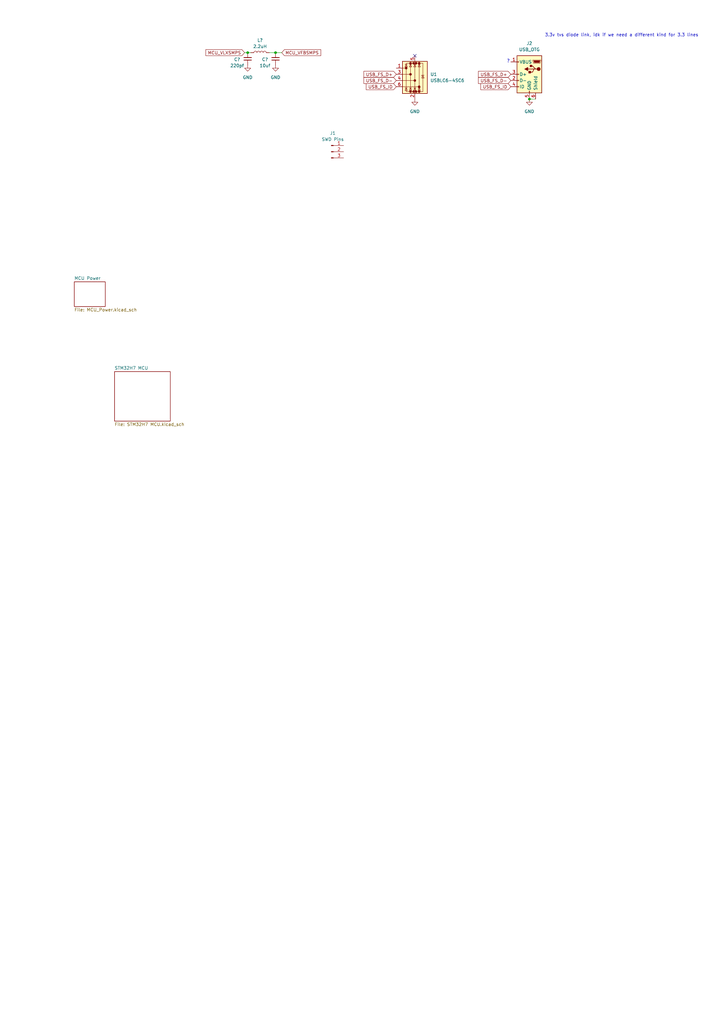
<source format=kicad_sch>
(kicad_sch
	(version 20250114)
	(generator "eeschema")
	(generator_version "9.0")
	(uuid "3dc4ada8-4f3f-4815-a67d-6c3de6c033d8")
	(paper "A3" portrait)
	(lib_symbols
		(symbol "Connector:Conn_01x03_Pin"
			(pin_names
				(offset 1.016)
				(hide yes)
			)
			(exclude_from_sim no)
			(in_bom yes)
			(on_board yes)
			(property "Reference" "J"
				(at 0 5.08 0)
				(effects
					(font
						(size 1.27 1.27)
					)
				)
			)
			(property "Value" "Conn_01x03_Pin"
				(at 0 -5.08 0)
				(effects
					(font
						(size 1.27 1.27)
					)
				)
			)
			(property "Footprint" ""
				(at 0 0 0)
				(effects
					(font
						(size 1.27 1.27)
					)
					(hide yes)
				)
			)
			(property "Datasheet" "~"
				(at 0 0 0)
				(effects
					(font
						(size 1.27 1.27)
					)
					(hide yes)
				)
			)
			(property "Description" "Generic connector, single row, 01x03, script generated"
				(at 0 0 0)
				(effects
					(font
						(size 1.27 1.27)
					)
					(hide yes)
				)
			)
			(property "ki_locked" ""
				(at 0 0 0)
				(effects
					(font
						(size 1.27 1.27)
					)
				)
			)
			(property "ki_keywords" "connector"
				(at 0 0 0)
				(effects
					(font
						(size 1.27 1.27)
					)
					(hide yes)
				)
			)
			(property "ki_fp_filters" "Connector*:*_1x??_*"
				(at 0 0 0)
				(effects
					(font
						(size 1.27 1.27)
					)
					(hide yes)
				)
			)
			(symbol "Conn_01x03_Pin_1_1"
				(rectangle
					(start 0.8636 2.667)
					(end 0 2.413)
					(stroke
						(width 0.1524)
						(type default)
					)
					(fill
						(type outline)
					)
				)
				(rectangle
					(start 0.8636 0.127)
					(end 0 -0.127)
					(stroke
						(width 0.1524)
						(type default)
					)
					(fill
						(type outline)
					)
				)
				(rectangle
					(start 0.8636 -2.413)
					(end 0 -2.667)
					(stroke
						(width 0.1524)
						(type default)
					)
					(fill
						(type outline)
					)
				)
				(polyline
					(pts
						(xy 1.27 2.54) (xy 0.8636 2.54)
					)
					(stroke
						(width 0.1524)
						(type default)
					)
					(fill
						(type none)
					)
				)
				(polyline
					(pts
						(xy 1.27 0) (xy 0.8636 0)
					)
					(stroke
						(width 0.1524)
						(type default)
					)
					(fill
						(type none)
					)
				)
				(polyline
					(pts
						(xy 1.27 -2.54) (xy 0.8636 -2.54)
					)
					(stroke
						(width 0.1524)
						(type default)
					)
					(fill
						(type none)
					)
				)
				(pin passive line
					(at 5.08 2.54 180)
					(length 3.81)
					(name "Pin_1"
						(effects
							(font
								(size 1.27 1.27)
							)
						)
					)
					(number "1"
						(effects
							(font
								(size 1.27 1.27)
							)
						)
					)
				)
				(pin passive line
					(at 5.08 0 180)
					(length 3.81)
					(name "Pin_2"
						(effects
							(font
								(size 1.27 1.27)
							)
						)
					)
					(number "2"
						(effects
							(font
								(size 1.27 1.27)
							)
						)
					)
				)
				(pin passive line
					(at 5.08 -2.54 180)
					(length 3.81)
					(name "Pin_3"
						(effects
							(font
								(size 1.27 1.27)
							)
						)
					)
					(number "3"
						(effects
							(font
								(size 1.27 1.27)
							)
						)
					)
				)
			)
			(embedded_fonts no)
		)
		(symbol "Connector:USB_OTG"
			(pin_names
				(offset 1.016)
			)
			(exclude_from_sim no)
			(in_bom yes)
			(on_board yes)
			(property "Reference" "J"
				(at -5.08 11.43 0)
				(effects
					(font
						(size 1.27 1.27)
					)
					(justify left)
				)
			)
			(property "Value" "USB_OTG"
				(at -5.08 8.89 0)
				(effects
					(font
						(size 1.27 1.27)
					)
					(justify left)
				)
			)
			(property "Footprint" ""
				(at 3.81 -1.27 0)
				(effects
					(font
						(size 1.27 1.27)
					)
					(hide yes)
				)
			)
			(property "Datasheet" "~"
				(at 3.81 -1.27 0)
				(effects
					(font
						(size 1.27 1.27)
					)
					(hide yes)
				)
			)
			(property "Description" "USB mini/micro connector"
				(at 0 0 0)
				(effects
					(font
						(size 1.27 1.27)
					)
					(hide yes)
				)
			)
			(property "ki_keywords" "connector USB"
				(at 0 0 0)
				(effects
					(font
						(size 1.27 1.27)
					)
					(hide yes)
				)
			)
			(property "ki_fp_filters" "USB*"
				(at 0 0 0)
				(effects
					(font
						(size 1.27 1.27)
					)
					(hide yes)
				)
			)
			(symbol "USB_OTG_0_1"
				(rectangle
					(start -5.08 -7.62)
					(end 5.08 7.62)
					(stroke
						(width 0.254)
						(type default)
					)
					(fill
						(type background)
					)
				)
				(polyline
					(pts
						(xy -4.699 5.842) (xy -4.699 5.588) (xy -4.445 4.826) (xy -4.445 4.572) (xy -1.651 4.572) (xy -1.651 4.826)
						(xy -1.397 5.588) (xy -1.397 5.842) (xy -4.699 5.842)
					)
					(stroke
						(width 0)
						(type default)
					)
					(fill
						(type none)
					)
				)
				(polyline
					(pts
						(xy -4.318 5.588) (xy -1.778 5.588) (xy -2.032 4.826) (xy -4.064 4.826) (xy -4.318 5.588)
					)
					(stroke
						(width 0)
						(type default)
					)
					(fill
						(type outline)
					)
				)
				(circle
					(center -3.81 2.159)
					(radius 0.635)
					(stroke
						(width 0.254)
						(type default)
					)
					(fill
						(type outline)
					)
				)
				(polyline
					(pts
						(xy -3.175 2.159) (xy -2.54 2.159) (xy -1.27 3.429) (xy -0.635 3.429)
					)
					(stroke
						(width 0.254)
						(type default)
					)
					(fill
						(type none)
					)
				)
				(polyline
					(pts
						(xy -2.54 2.159) (xy -1.905 2.159) (xy -1.27 0.889) (xy 0 0.889)
					)
					(stroke
						(width 0.254)
						(type default)
					)
					(fill
						(type none)
					)
				)
				(polyline
					(pts
						(xy -1.905 2.159) (xy 0.635 2.159)
					)
					(stroke
						(width 0.254)
						(type default)
					)
					(fill
						(type none)
					)
				)
				(circle
					(center -0.635 3.429)
					(radius 0.381)
					(stroke
						(width 0.254)
						(type default)
					)
					(fill
						(type outline)
					)
				)
				(rectangle
					(start -0.127 -7.62)
					(end 0.127 -6.858)
					(stroke
						(width 0)
						(type default)
					)
					(fill
						(type none)
					)
				)
				(rectangle
					(start 0.254 1.27)
					(end -0.508 0.508)
					(stroke
						(width 0.254)
						(type default)
					)
					(fill
						(type outline)
					)
				)
				(polyline
					(pts
						(xy 0.635 2.794) (xy 0.635 1.524) (xy 1.905 2.159) (xy 0.635 2.794)
					)
					(stroke
						(width 0.254)
						(type default)
					)
					(fill
						(type outline)
					)
				)
				(rectangle
					(start 5.08 4.953)
					(end 4.318 5.207)
					(stroke
						(width 0)
						(type default)
					)
					(fill
						(type none)
					)
				)
				(rectangle
					(start 5.08 -0.127)
					(end 4.318 0.127)
					(stroke
						(width 0)
						(type default)
					)
					(fill
						(type none)
					)
				)
				(rectangle
					(start 5.08 -2.667)
					(end 4.318 -2.413)
					(stroke
						(width 0)
						(type default)
					)
					(fill
						(type none)
					)
				)
				(rectangle
					(start 5.08 -5.207)
					(end 4.318 -4.953)
					(stroke
						(width 0)
						(type default)
					)
					(fill
						(type none)
					)
				)
			)
			(symbol "USB_OTG_1_1"
				(pin passive line
					(at -2.54 -10.16 90)
					(length 2.54)
					(name "Shield"
						(effects
							(font
								(size 1.27 1.27)
							)
						)
					)
					(number "6"
						(effects
							(font
								(size 1.27 1.27)
							)
						)
					)
				)
				(pin passive line
					(at 0 -10.16 90)
					(length 2.54)
					(name "GND"
						(effects
							(font
								(size 1.27 1.27)
							)
						)
					)
					(number "5"
						(effects
							(font
								(size 1.27 1.27)
							)
						)
					)
				)
				(pin passive line
					(at 7.62 5.08 180)
					(length 2.54)
					(name "VBUS"
						(effects
							(font
								(size 1.27 1.27)
							)
						)
					)
					(number "1"
						(effects
							(font
								(size 1.27 1.27)
							)
						)
					)
				)
				(pin bidirectional line
					(at 7.62 0 180)
					(length 2.54)
					(name "D+"
						(effects
							(font
								(size 1.27 1.27)
							)
						)
					)
					(number "3"
						(effects
							(font
								(size 1.27 1.27)
							)
						)
					)
				)
				(pin bidirectional line
					(at 7.62 -2.54 180)
					(length 2.54)
					(name "D-"
						(effects
							(font
								(size 1.27 1.27)
							)
						)
					)
					(number "2"
						(effects
							(font
								(size 1.27 1.27)
							)
						)
					)
				)
				(pin passive line
					(at 7.62 -5.08 180)
					(length 2.54)
					(name "ID"
						(effects
							(font
								(size 1.27 1.27)
							)
						)
					)
					(number "4"
						(effects
							(font
								(size 1.27 1.27)
							)
						)
					)
				)
			)
			(embedded_fonts no)
		)
		(symbol "Device:C_Small"
			(pin_numbers
				(hide yes)
			)
			(pin_names
				(offset 0.254)
				(hide yes)
			)
			(exclude_from_sim no)
			(in_bom yes)
			(on_board yes)
			(property "Reference" "C"
				(at 0.254 1.778 0)
				(effects
					(font
						(size 1.27 1.27)
					)
					(justify left)
				)
			)
			(property "Value" "C_Small"
				(at 0.254 -2.032 0)
				(effects
					(font
						(size 1.27 1.27)
					)
					(justify left)
				)
			)
			(property "Footprint" ""
				(at 0 0 0)
				(effects
					(font
						(size 1.27 1.27)
					)
					(hide yes)
				)
			)
			(property "Datasheet" "~"
				(at 0 0 0)
				(effects
					(font
						(size 1.27 1.27)
					)
					(hide yes)
				)
			)
			(property "Description" "Unpolarized capacitor, small symbol"
				(at 0 0 0)
				(effects
					(font
						(size 1.27 1.27)
					)
					(hide yes)
				)
			)
			(property "ki_keywords" "capacitor cap"
				(at 0 0 0)
				(effects
					(font
						(size 1.27 1.27)
					)
					(hide yes)
				)
			)
			(property "ki_fp_filters" "C_*"
				(at 0 0 0)
				(effects
					(font
						(size 1.27 1.27)
					)
					(hide yes)
				)
			)
			(symbol "C_Small_0_1"
				(polyline
					(pts
						(xy -1.524 0.508) (xy 1.524 0.508)
					)
					(stroke
						(width 0.3048)
						(type default)
					)
					(fill
						(type none)
					)
				)
				(polyline
					(pts
						(xy -1.524 -0.508) (xy 1.524 -0.508)
					)
					(stroke
						(width 0.3302)
						(type default)
					)
					(fill
						(type none)
					)
				)
			)
			(symbol "C_Small_1_1"
				(pin passive line
					(at 0 2.54 270)
					(length 2.032)
					(name "~"
						(effects
							(font
								(size 1.27 1.27)
							)
						)
					)
					(number "1"
						(effects
							(font
								(size 1.27 1.27)
							)
						)
					)
				)
				(pin passive line
					(at 0 -2.54 90)
					(length 2.032)
					(name "~"
						(effects
							(font
								(size 1.27 1.27)
							)
						)
					)
					(number "2"
						(effects
							(font
								(size 1.27 1.27)
							)
						)
					)
				)
			)
			(embedded_fonts no)
		)
		(symbol "Device:L"
			(pin_numbers
				(hide yes)
			)
			(pin_names
				(offset 1.016)
				(hide yes)
			)
			(exclude_from_sim no)
			(in_bom yes)
			(on_board yes)
			(property "Reference" "L"
				(at -1.27 0 90)
				(effects
					(font
						(size 1.27 1.27)
					)
				)
			)
			(property "Value" "L"
				(at 1.905 0 90)
				(effects
					(font
						(size 1.27 1.27)
					)
				)
			)
			(property "Footprint" ""
				(at 0 0 0)
				(effects
					(font
						(size 1.27 1.27)
					)
					(hide yes)
				)
			)
			(property "Datasheet" "~"
				(at 0 0 0)
				(effects
					(font
						(size 1.27 1.27)
					)
					(hide yes)
				)
			)
			(property "Description" "Inductor"
				(at 0 0 0)
				(effects
					(font
						(size 1.27 1.27)
					)
					(hide yes)
				)
			)
			(property "ki_keywords" "inductor choke coil reactor magnetic"
				(at 0 0 0)
				(effects
					(font
						(size 1.27 1.27)
					)
					(hide yes)
				)
			)
			(property "ki_fp_filters" "Choke_* *Coil* Inductor_* L_*"
				(at 0 0 0)
				(effects
					(font
						(size 1.27 1.27)
					)
					(hide yes)
				)
			)
			(symbol "L_0_1"
				(arc
					(start 0 2.54)
					(mid 0.6323 1.905)
					(end 0 1.27)
					(stroke
						(width 0)
						(type default)
					)
					(fill
						(type none)
					)
				)
				(arc
					(start 0 1.27)
					(mid 0.6323 0.635)
					(end 0 0)
					(stroke
						(width 0)
						(type default)
					)
					(fill
						(type none)
					)
				)
				(arc
					(start 0 0)
					(mid 0.6323 -0.635)
					(end 0 -1.27)
					(stroke
						(width 0)
						(type default)
					)
					(fill
						(type none)
					)
				)
				(arc
					(start 0 -1.27)
					(mid 0.6323 -1.905)
					(end 0 -2.54)
					(stroke
						(width 0)
						(type default)
					)
					(fill
						(type none)
					)
				)
			)
			(symbol "L_1_1"
				(pin passive line
					(at 0 3.81 270)
					(length 1.27)
					(name "1"
						(effects
							(font
								(size 1.27 1.27)
							)
						)
					)
					(number "1"
						(effects
							(font
								(size 1.27 1.27)
							)
						)
					)
				)
				(pin passive line
					(at 0 -3.81 90)
					(length 1.27)
					(name "2"
						(effects
							(font
								(size 1.27 1.27)
							)
						)
					)
					(number "2"
						(effects
							(font
								(size 1.27 1.27)
							)
						)
					)
				)
			)
			(embedded_fonts no)
		)
		(symbol "Power_Protection:USBLC6-4SC6"
			(pin_names
				(hide yes)
			)
			(exclude_from_sim no)
			(in_bom yes)
			(on_board yes)
			(property "Reference" "U"
				(at 1.27 9.525 0)
				(effects
					(font
						(size 1.27 1.27)
					)
					(justify left)
				)
			)
			(property "Value" "USBLC6-4SC6"
				(at 1.27 6.985 0)
				(effects
					(font
						(size 1.27 1.27)
					)
					(justify left)
				)
			)
			(property "Footprint" "Package_TO_SOT_SMD:SOT-23-6"
				(at 2.54 -10.16 0)
				(effects
					(font
						(size 1.27 1.27)
						(italic yes)
					)
					(justify left)
					(hide yes)
				)
			)
			(property "Datasheet" "https://www.st.com/resource/en/datasheet/usblc6-4.pdf"
				(at 2.54 -12.7 0)
				(effects
					(font
						(size 1.27 1.27)
					)
					(justify left)
					(hide yes)
				)
			)
			(property "Description" "Very low capacitance ESD protection diode, 4 data-line, SOT-23-6"
				(at 0 0 0)
				(effects
					(font
						(size 1.27 1.27)
					)
					(hide yes)
				)
			)
			(property "ki_keywords" "usb ethernet sim card video"
				(at 0 0 0)
				(effects
					(font
						(size 1.27 1.27)
					)
					(hide yes)
				)
			)
			(property "ki_fp_filters" "SOT?23*"
				(at 0 0 0)
				(effects
					(font
						(size 1.27 1.27)
					)
					(hide yes)
				)
			)
			(symbol "USBLC6-4SC6_0_0"
				(circle
					(center -3.556 2.54)
					(radius 0.0001)
					(stroke
						(width 0.508)
						(type default)
					)
					(fill
						(type none)
					)
				)
				(circle
					(center -1.778 4.572)
					(radius 0.0001)
					(stroke
						(width 0.508)
						(type default)
					)
					(fill
						(type none)
					)
				)
				(circle
					(center -1.778 0)
					(radius 0.0001)
					(stroke
						(width 0.508)
						(type default)
					)
					(fill
						(type none)
					)
				)
				(circle
					(center -1.778 -7.112)
					(radius 0.0001)
					(stroke
						(width 0.508)
						(type default)
					)
					(fill
						(type none)
					)
				)
				(circle
					(center -0.508 4.572)
					(radius 0.0001)
					(stroke
						(width 0.508)
						(type default)
					)
					(fill
						(type none)
					)
				)
				(circle
					(center -0.508 -7.112)
					(radius 0.0001)
					(stroke
						(width 0.508)
						(type default)
					)
					(fill
						(type none)
					)
				)
				(circle
					(center 0 -2.54)
					(radius 0.0001)
					(stroke
						(width 0.508)
						(type default)
					)
					(fill
						(type none)
					)
				)
				(circle
					(center 0.508 4.572)
					(radius 0.0001)
					(stroke
						(width 0.508)
						(type default)
					)
					(fill
						(type none)
					)
				)
				(circle
					(center 0.508 -7.112)
					(radius 0.0001)
					(stroke
						(width 0.508)
						(type default)
					)
					(fill
						(type none)
					)
				)
				(circle
					(center 1.778 4.572)
					(radius 0.0001)
					(stroke
						(width 0.508)
						(type default)
					)
					(fill
						(type none)
					)
				)
				(circle
					(center 1.778 -5.08)
					(radius 0.0001)
					(stroke
						(width 0.508)
						(type default)
					)
					(fill
						(type none)
					)
				)
				(circle
					(center 1.778 -7.112)
					(radius 0.0001)
					(stroke
						(width 0.508)
						(type default)
					)
					(fill
						(type none)
					)
				)
			)
			(symbol "USBLC6-4SC6_0_1"
				(polyline
					(pts
						(xy -5.08 2.54) (xy -3.556 2.54)
					)
					(stroke
						(width 0)
						(type default)
					)
					(fill
						(type none)
					)
				)
				(polyline
					(pts
						(xy -5.08 0) (xy -1.778 0)
					)
					(stroke
						(width 0)
						(type default)
					)
					(fill
						(type none)
					)
				)
				(polyline
					(pts
						(xy -5.08 -2.54) (xy 0 -2.54)
					)
					(stroke
						(width 0)
						(type default)
					)
					(fill
						(type none)
					)
				)
				(polyline
					(pts
						(xy -5.08 -5.08) (xy 1.778 -5.08)
					)
					(stroke
						(width 0)
						(type default)
					)
					(fill
						(type none)
					)
				)
				(polyline
					(pts
						(xy -4.064 3.048) (xy -3.048 3.048) (xy -3.556 4.064) (xy -4.064 3.048)
					)
					(stroke
						(width 0)
						(type default)
					)
					(fill
						(type none)
					)
				)
				(polyline
					(pts
						(xy -4.064 -5.588) (xy -3.048 -5.588)
					)
					(stroke
						(width 0)
						(type default)
					)
					(fill
						(type none)
					)
				)
				(polyline
					(pts
						(xy -3.048 4.064) (xy -4.064 4.064)
					)
					(stroke
						(width 0)
						(type default)
					)
					(fill
						(type none)
					)
				)
				(polyline
					(pts
						(xy -3.048 -6.604) (xy -4.064 -6.604) (xy -3.556 -5.588) (xy -3.048 -6.604)
					)
					(stroke
						(width 0)
						(type default)
					)
					(fill
						(type none)
					)
				)
				(polyline
					(pts
						(xy -2.286 4.064) (xy -1.27 4.064)
					)
					(stroke
						(width 0)
						(type default)
					)
					(fill
						(type none)
					)
				)
				(polyline
					(pts
						(xy -2.286 -5.588) (xy -1.27 -5.588)
					)
					(stroke
						(width 0)
						(type default)
					)
					(fill
						(type none)
					)
				)
				(polyline
					(pts
						(xy -1.27 3.048) (xy -2.286 3.048) (xy -1.778 4.064) (xy -1.27 3.048)
					)
					(stroke
						(width 0)
						(type default)
					)
					(fill
						(type none)
					)
				)
				(polyline
					(pts
						(xy -1.27 -6.604) (xy -2.286 -6.604) (xy -1.778 -5.588) (xy -1.27 -6.604)
					)
					(stroke
						(width 0)
						(type default)
					)
					(fill
						(type none)
					)
				)
				(polyline
					(pts
						(xy -0.508 3.048) (xy 0.508 3.048) (xy 0 4.064) (xy -0.508 3.048)
					)
					(stroke
						(width 0)
						(type default)
					)
					(fill
						(type none)
					)
				)
				(polyline
					(pts
						(xy -0.508 -5.588) (xy 0.508 -5.588)
					)
					(stroke
						(width 0)
						(type default)
					)
					(fill
						(type none)
					)
				)
				(polyline
					(pts
						(xy -0.508 -6.604) (xy 0.508 -6.604) (xy 0 -5.588) (xy -0.508 -6.604)
					)
					(stroke
						(width 0)
						(type default)
					)
					(fill
						(type none)
					)
				)
				(polyline
					(pts
						(xy 0 5.08) (xy 0.508 4.572)
					)
					(stroke
						(width 0)
						(type default)
					)
					(fill
						(type none)
					)
				)
				(polyline
					(pts
						(xy 0.508 4.064) (xy -0.508 4.064)
					)
					(stroke
						(width 0)
						(type default)
					)
					(fill
						(type none)
					)
				)
				(polyline
					(pts
						(xy 0.508 -7.112) (xy -0.508 -7.112)
					)
					(stroke
						(width 0)
						(type default)
					)
					(fill
						(type none)
					)
				)
				(polyline
					(pts
						(xy 1.27 4.064) (xy 2.286 4.064)
					)
					(stroke
						(width 0)
						(type default)
					)
					(fill
						(type none)
					)
				)
				(polyline
					(pts
						(xy 1.27 -6.604) (xy 2.286 -6.604) (xy 1.778 -5.588) (xy 1.27 -6.604)
					)
					(stroke
						(width 0)
						(type default)
					)
					(fill
						(type none)
					)
				)
				(polyline
					(pts
						(xy 1.778 4.572) (xy 3.302 4.572) (xy 3.302 -7.112) (xy 1.778 -7.112)
					)
					(stroke
						(width 0)
						(type default)
					)
					(fill
						(type none)
					)
				)
				(polyline
					(pts
						(xy 2.286 3.048) (xy 1.27 3.048) (xy 1.778 4.064) (xy 2.286 3.048)
					)
					(stroke
						(width 0)
						(type default)
					)
					(fill
						(type none)
					)
				)
				(polyline
					(pts
						(xy 2.286 -5.588) (xy 1.27 -5.588)
					)
					(stroke
						(width 0)
						(type default)
					)
					(fill
						(type none)
					)
				)
				(polyline
					(pts
						(xy 2.794 -0.762) (xy 2.794 -0.381) (xy 3.81 -0.381)
					)
					(stroke
						(width 0)
						(type default)
					)
					(fill
						(type none)
					)
				)
				(polyline
					(pts
						(xy 3.81 -1.524) (xy 2.794 -1.524) (xy 3.302 -0.508) (xy 3.81 -1.524)
					)
					(stroke
						(width 0)
						(type default)
					)
					(fill
						(type none)
					)
				)
			)
			(symbol "USBLC6-4SC6_1_1"
				(rectangle
					(start -5.08 5.334)
					(end 5.08 -7.874)
					(stroke
						(width 0.254)
						(type default)
					)
					(fill
						(type background)
					)
				)
				(polyline
					(pts
						(xy -1.778 4.572) (xy -3.556 4.572) (xy -3.556 -7.112) (xy -1.778 -7.112)
					)
					(stroke
						(width 0)
						(type default)
					)
					(fill
						(type none)
					)
				)
				(polyline
					(pts
						(xy -0.508 4.572) (xy 1.778 4.572) (xy 1.778 -7.112) (xy 0.508 -7.112)
					)
					(stroke
						(width 0)
						(type default)
					)
					(fill
						(type none)
					)
				)
				(polyline
					(pts
						(xy 0 -7.62) (xy -0.508 -7.112) (xy -1.778 -7.112) (xy -1.778 4.572) (xy -0.508 4.572)
					)
					(stroke
						(width 0)
						(type default)
					)
					(fill
						(type none)
					)
				)
				(polyline
					(pts
						(xy 0.508 -7.112) (xy 0 -6.604) (xy 0 4.064) (xy -0.508 4.572)
					)
					(stroke
						(width 0)
						(type default)
					)
					(fill
						(type none)
					)
				)
				(pin passive line
					(at -7.62 2.54 0)
					(length 2.54)
					(name "I/O1"
						(effects
							(font
								(size 1.27 1.27)
							)
						)
					)
					(number "1"
						(effects
							(font
								(size 1.27 1.27)
							)
						)
					)
				)
				(pin passive line
					(at -7.62 0 0)
					(length 2.54)
					(name "I/O2"
						(effects
							(font
								(size 1.27 1.27)
							)
						)
					)
					(number "3"
						(effects
							(font
								(size 1.27 1.27)
							)
						)
					)
				)
				(pin passive line
					(at -7.62 -2.54 0)
					(length 2.54)
					(name "I/O3"
						(effects
							(font
								(size 1.27 1.27)
							)
						)
					)
					(number "4"
						(effects
							(font
								(size 1.27 1.27)
							)
						)
					)
				)
				(pin passive line
					(at -7.62 -5.08 0)
					(length 2.54)
					(name "I/O4"
						(effects
							(font
								(size 1.27 1.27)
							)
						)
					)
					(number "6"
						(effects
							(font
								(size 1.27 1.27)
							)
						)
					)
				)
				(pin passive line
					(at 0 7.62 270)
					(length 2.54)
					(name "VBUS"
						(effects
							(font
								(size 1.27 1.27)
							)
						)
					)
					(number "5"
						(effects
							(font
								(size 1.27 1.27)
							)
						)
					)
				)
				(pin passive line
					(at 0 -10.16 90)
					(length 2.54)
					(name "GND"
						(effects
							(font
								(size 1.27 1.27)
							)
						)
					)
					(number "2"
						(effects
							(font
								(size 1.27 1.27)
							)
						)
					)
				)
			)
			(embedded_fonts no)
		)
		(symbol "power:GND"
			(power)
			(pin_numbers
				(hide yes)
			)
			(pin_names
				(offset 0)
				(hide yes)
			)
			(exclude_from_sim no)
			(in_bom yes)
			(on_board yes)
			(property "Reference" "#PWR"
				(at 0 -6.35 0)
				(effects
					(font
						(size 1.27 1.27)
					)
					(hide yes)
				)
			)
			(property "Value" "GND"
				(at 0 -3.81 0)
				(effects
					(font
						(size 1.27 1.27)
					)
				)
			)
			(property "Footprint" ""
				(at 0 0 0)
				(effects
					(font
						(size 1.27 1.27)
					)
					(hide yes)
				)
			)
			(property "Datasheet" ""
				(at 0 0 0)
				(effects
					(font
						(size 1.27 1.27)
					)
					(hide yes)
				)
			)
			(property "Description" "Power symbol creates a global label with name \"GND\" , ground"
				(at 0 0 0)
				(effects
					(font
						(size 1.27 1.27)
					)
					(hide yes)
				)
			)
			(property "ki_keywords" "global power"
				(at 0 0 0)
				(effects
					(font
						(size 1.27 1.27)
					)
					(hide yes)
				)
			)
			(symbol "GND_0_1"
				(polyline
					(pts
						(xy 0 0) (xy 0 -1.27) (xy 1.27 -1.27) (xy 0 -2.54) (xy -1.27 -1.27) (xy 0 -1.27)
					)
					(stroke
						(width 0)
						(type default)
					)
					(fill
						(type none)
					)
				)
			)
			(symbol "GND_1_1"
				(pin power_in line
					(at 0 0 270)
					(length 0)
					(name "~"
						(effects
							(font
								(size 1.27 1.27)
							)
						)
					)
					(number "1"
						(effects
							(font
								(size 1.27 1.27)
							)
						)
					)
				)
			)
			(embedded_fonts no)
		)
	)
	(text "3.3v tvs diode link, idk if we need a different kind for 3.3 lines"
		(exclude_from_sim no)
		(at 255.016 14.478 0)
		(effects
			(font
				(size 1.27 1.27)
			)
			(href "https://www.digikey.com/en/products/detail/mcc-micro-commercial-components/CSPSBULC3V3P6-TP/24713804")
		)
		(uuid "1bdc8be1-9373-4b7a-abe1-2ba44cd377ec")
	)
	(text "?"
		(exclude_from_sim no)
		(at 208.534 25.146 0)
		(effects
			(font
				(size 1.27 1.27)
			)
		)
		(uuid "cf21f48f-1415-409a-87be-eed97e57c180")
	)
	(junction
		(at 113.03 21.59)
		(diameter 0)
		(color 0 0 0 0)
		(uuid "22d41213-61d5-4596-a008-261589c15412")
	)
	(junction
		(at 101.6 21.59)
		(diameter 0)
		(color 0 0 0 0)
		(uuid "37ca1141-25b5-4676-96b0-f711ad41d96f")
	)
	(junction
		(at 217.17 40.64)
		(diameter 0)
		(color 0 0 0 0)
		(uuid "47e879a4-3a51-41dd-82f3-28e48694c0c6")
	)
	(no_connect
		(at 170.18 22.86)
		(uuid "b60c1745-3580-4bbd-89c6-e26676b4008d")
	)
	(wire
		(pts
			(xy 101.6 21.59) (xy 100.33 21.59)
		)
		(stroke
			(width 0)
			(type default)
		)
		(uuid "5b100497-db28-42d1-9684-ecb9a153e227")
	)
	(wire
		(pts
			(xy 113.03 21.59) (xy 110.49 21.59)
		)
		(stroke
			(width 0)
			(type default)
		)
		(uuid "6f8a5fb8-2e65-4abe-8d14-cfb53077bb47")
	)
	(wire
		(pts
			(xy 115.57 21.59) (xy 113.03 21.59)
		)
		(stroke
			(width 0)
			(type default)
		)
		(uuid "a8cf36e5-8b91-4604-ac76-a645b581a958")
	)
	(wire
		(pts
			(xy 102.87 21.59) (xy 101.6 21.59)
		)
		(stroke
			(width 0)
			(type default)
		)
		(uuid "b4b40876-1377-4f67-b9f4-1317c66a0882")
	)
	(wire
		(pts
			(xy 217.17 40.64) (xy 219.71 40.64)
		)
		(stroke
			(width 0)
			(type default)
		)
		(uuid "b907d3e7-ae98-4100-a8c9-5a3f4169738b")
	)
	(global_label "USB_FS_ID"
		(shape input)
		(at 162.56 35.56 180)
		(fields_autoplaced yes)
		(effects
			(font
				(size 1.27 1.27)
			)
			(justify right)
		)
		(uuid "0e523a22-56dc-4635-bdc2-268ee69bd8e1")
		(property "Intersheetrefs" "${INTERSHEET_REFS}"
			(at 149.6567 35.56 0)
			(effects
				(font
					(size 1.27 1.27)
				)
				(justify right)
				(hide yes)
			)
		)
	)
	(global_label "USB_FS_D+"
		(shape input)
		(at 162.56 30.48 180)
		(fields_autoplaced yes)
		(effects
			(font
				(size 1.27 1.27)
			)
			(justify right)
		)
		(uuid "24c719c8-fe91-4112-9ebb-e0498b77dba1")
		(property "Intersheetrefs" "${INTERSHEET_REFS}"
			(at 148.6891 30.48 0)
			(effects
				(font
					(size 1.27 1.27)
				)
				(justify right)
				(hide yes)
			)
		)
	)
	(global_label "MCU_VLXSMPS"
		(shape input)
		(at 100.33 21.59 180)
		(fields_autoplaced yes)
		(effects
			(font
				(size 1.27 1.27)
			)
			(justify right)
		)
		(uuid "324911ef-bb76-4c6c-bc4f-57c92d868054")
		(property "Intersheetrefs" "${INTERSHEET_REFS}"
			(at 83.8587 21.59 0)
			(effects
				(font
					(size 1.27 1.27)
				)
				(justify right)
				(hide yes)
			)
		)
	)
	(global_label "MCU_VFBSMPS"
		(shape input)
		(at 115.57 21.59 0)
		(fields_autoplaced yes)
		(effects
			(font
				(size 1.27 1.27)
			)
			(justify left)
		)
		(uuid "33560ecb-25a4-4151-8021-8e43bb76f3a0")
		(property "Intersheetrefs" "${INTERSHEET_REFS}"
			(at 132.1623 21.59 0)
			(effects
				(font
					(size 1.27 1.27)
				)
				(justify left)
				(hide yes)
			)
		)
	)
	(global_label "USB_FS_D-"
		(shape input)
		(at 209.55 33.02 180)
		(fields_autoplaced yes)
		(effects
			(font
				(size 1.27 1.27)
			)
			(justify right)
		)
		(uuid "75ec9972-e33b-4e5b-8829-1a1952b17df2")
		(property "Intersheetrefs" "${INTERSHEET_REFS}"
			(at 195.6791 33.02 0)
			(effects
				(font
					(size 1.27 1.27)
				)
				(justify right)
				(hide yes)
			)
		)
	)
	(global_label "USB_FS_D-"
		(shape input)
		(at 162.56 33.02 180)
		(fields_autoplaced yes)
		(effects
			(font
				(size 1.27 1.27)
			)
			(justify right)
		)
		(uuid "be34de49-6c3b-406a-9e76-28a0e456b15d")
		(property "Intersheetrefs" "${INTERSHEET_REFS}"
			(at 148.6891 33.02 0)
			(effects
				(font
					(size 1.27 1.27)
				)
				(justify right)
				(hide yes)
			)
		)
	)
	(global_label "USB_FS_D+"
		(shape input)
		(at 209.55 30.48 180)
		(fields_autoplaced yes)
		(effects
			(font
				(size 1.27 1.27)
			)
			(justify right)
		)
		(uuid "d282be7e-cc18-467f-8822-f47caaab1e30")
		(property "Intersheetrefs" "${INTERSHEET_REFS}"
			(at 195.6791 30.48 0)
			(effects
				(font
					(size 1.27 1.27)
				)
				(justify right)
				(hide yes)
			)
		)
	)
	(global_label "USB_FS_ID"
		(shape input)
		(at 209.55 35.56 180)
		(fields_autoplaced yes)
		(effects
			(font
				(size 1.27 1.27)
			)
			(justify right)
		)
		(uuid "d9c73b6c-42ed-49bb-8a13-6840298685d4")
		(property "Intersheetrefs" "${INTERSHEET_REFS}"
			(at 196.6467 35.56 0)
			(effects
				(font
					(size 1.27 1.27)
				)
				(justify right)
				(hide yes)
			)
		)
	)
	(symbol
		(lib_id "power:GND")
		(at 170.18 40.64 0)
		(unit 1)
		(exclude_from_sim no)
		(in_bom yes)
		(on_board yes)
		(dnp no)
		(fields_autoplaced yes)
		(uuid "4dfbcac4-926f-4b70-a7ef-4419d9c3aa89")
		(property "Reference" "#PWR08"
			(at 170.18 46.99 0)
			(effects
				(font
					(size 1.27 1.27)
				)
				(hide yes)
			)
		)
		(property "Value" "GND"
			(at 170.18 45.72 0)
			(effects
				(font
					(size 1.27 1.27)
				)
			)
		)
		(property "Footprint" ""
			(at 170.18 40.64 0)
			(effects
				(font
					(size 1.27 1.27)
				)
				(hide yes)
			)
		)
		(property "Datasheet" ""
			(at 170.18 40.64 0)
			(effects
				(font
					(size 1.27 1.27)
				)
				(hide yes)
			)
		)
		(property "Description" "Power symbol creates a global label with name \"GND\" , ground"
			(at 170.18 40.64 0)
			(effects
				(font
					(size 1.27 1.27)
				)
				(hide yes)
			)
		)
		(pin "1"
			(uuid "43ade223-7cca-4ba1-a2b4-c48e6457b756")
		)
		(instances
			(project ""
				(path "/3dc4ada8-4f3f-4815-a67d-6c3de6c033d8"
					(reference "#PWR08")
					(unit 1)
				)
			)
		)
	)
	(symbol
		(lib_id "Device:C_Small")
		(at 101.6 24.13 180)
		(unit 1)
		(exclude_from_sim no)
		(in_bom yes)
		(on_board yes)
		(dnp no)
		(uuid "5781d643-492a-4aa5-a38d-bb297a383e23")
		(property "Reference" "C?"
			(at 97.282 24.384 0)
			(effects
				(font
					(size 1.27 1.27)
				)
			)
		)
		(property "Value" "220pf"
			(at 97.282 26.924 0)
			(effects
				(font
					(size 1.27 1.27)
				)
			)
		)
		(property "Footprint" "Capacitor_SMD:C_0603_1608Metric"
			(at 101.6 24.13 0)
			(effects
				(font
					(size 1.27 1.27)
				)
				(hide yes)
			)
		)
		(property "Datasheet" "~"
			(at 101.6 24.13 0)
			(effects
				(font
					(size 1.27 1.27)
				)
				(hide yes)
			)
		)
		(property "Description" "Unpolarized capacitor, small symbol"
			(at 101.6 24.13 0)
			(effects
				(font
					(size 1.27 1.27)
				)
				(hide yes)
			)
		)
		(pin "1"
			(uuid "28ae5b7a-7d0d-4c05-b22c-544927eeec2d")
		)
		(pin "2"
			(uuid "6e9bd447-2bba-4d4a-aa59-acf6bebe23c8")
		)
		(instances
			(project "OBC"
				(path "/100d4475-6c5b-4ca4-82f4-ff20798e9edf/dc03155b-7cbf-4ee4-9f4c-dba3ed8dc3dd"
					(reference "C17")
					(unit 1)
				)
			)
			(project "STM_Hardware"
				(path "/3dc4ada8-4f3f-4815-a67d-6c3de6c033d8"
					(reference "C?")
					(unit 1)
				)
			)
		)
	)
	(symbol
		(lib_id "Connector:Conn_01x03_Pin")
		(at 135.89 62.23 0)
		(unit 1)
		(exclude_from_sim no)
		(in_bom yes)
		(on_board yes)
		(dnp no)
		(fields_autoplaced yes)
		(uuid "64e4bf91-003c-4b31-a508-289a83c924dc")
		(property "Reference" "J1"
			(at 136.525 54.61 0)
			(effects
				(font
					(size 1.27 1.27)
				)
			)
		)
		(property "Value" "SWD Pins"
			(at 136.525 57.15 0)
			(effects
				(font
					(size 1.27 1.27)
				)
			)
		)
		(property "Footprint" ""
			(at 135.89 62.23 0)
			(effects
				(font
					(size 1.27 1.27)
				)
				(hide yes)
			)
		)
		(property "Datasheet" "~"
			(at 135.89 62.23 0)
			(effects
				(font
					(size 1.27 1.27)
				)
				(hide yes)
			)
		)
		(property "Description" "Generic connector, single row, 01x03, script generated"
			(at 135.89 62.23 0)
			(effects
				(font
					(size 1.27 1.27)
				)
				(hide yes)
			)
		)
		(pin "1"
			(uuid "8eef66d8-acf7-4ef2-8797-f7e76091a199")
		)
		(pin "2"
			(uuid "27317c6d-8ce1-449d-ba88-a48f0ea9f2db")
		)
		(pin "3"
			(uuid "82129e5d-8a3f-47db-8b62-e5c1b18dde49")
		)
		(instances
			(project "OBC"
				(path "/100d4475-6c5b-4ca4-82f4-ff20798e9edf/dc03155b-7cbf-4ee4-9f4c-dba3ed8dc3dd"
					(reference "J1")
					(unit 1)
				)
			)
			(project ""
				(path "/3dc4ada8-4f3f-4815-a67d-6c3de6c033d8"
					(reference "J1")
					(unit 1)
				)
			)
		)
	)
	(symbol
		(lib_id "power:GND")
		(at 101.6 26.67 0)
		(unit 1)
		(exclude_from_sim no)
		(in_bom yes)
		(on_board yes)
		(dnp no)
		(fields_autoplaced yes)
		(uuid "6b688949-0b45-4e49-a28c-93d5af2661e0")
		(property "Reference" "#PWR?"
			(at 101.6 33.02 0)
			(effects
				(font
					(size 1.27 1.27)
				)
				(hide yes)
			)
		)
		(property "Value" "GND"
			(at 101.6 31.75 0)
			(effects
				(font
					(size 1.27 1.27)
				)
			)
		)
		(property "Footprint" ""
			(at 101.6 26.67 0)
			(effects
				(font
					(size 1.27 1.27)
				)
				(hide yes)
			)
		)
		(property "Datasheet" ""
			(at 101.6 26.67 0)
			(effects
				(font
					(size 1.27 1.27)
				)
				(hide yes)
			)
		)
		(property "Description" "Power symbol creates a global label with name \"GND\" , ground"
			(at 101.6 26.67 0)
			(effects
				(font
					(size 1.27 1.27)
				)
				(hide yes)
			)
		)
		(pin "1"
			(uuid "cf020c70-e6e7-4731-a70f-6dcb9df7cc3a")
		)
		(instances
			(project "OBC"
				(path "/100d4475-6c5b-4ca4-82f4-ff20798e9edf/dc03155b-7cbf-4ee4-9f4c-dba3ed8dc3dd"
					(reference "#PWR04")
					(unit 1)
				)
			)
			(project "STM_Hardware"
				(path "/3dc4ada8-4f3f-4815-a67d-6c3de6c033d8"
					(reference "#PWR?")
					(unit 1)
				)
			)
		)
	)
	(symbol
		(lib_id "power:GND")
		(at 113.03 26.67 0)
		(unit 1)
		(exclude_from_sim no)
		(in_bom yes)
		(on_board yes)
		(dnp no)
		(fields_autoplaced yes)
		(uuid "715f2370-46b7-4164-af45-404a20b1ab29")
		(property "Reference" "#PWR?"
			(at 113.03 33.02 0)
			(effects
				(font
					(size 1.27 1.27)
				)
				(hide yes)
			)
		)
		(property "Value" "GND"
			(at 113.03 31.75 0)
			(effects
				(font
					(size 1.27 1.27)
				)
			)
		)
		(property "Footprint" ""
			(at 113.03 26.67 0)
			(effects
				(font
					(size 1.27 1.27)
				)
				(hide yes)
			)
		)
		(property "Datasheet" ""
			(at 113.03 26.67 0)
			(effects
				(font
					(size 1.27 1.27)
				)
				(hide yes)
			)
		)
		(property "Description" "Power symbol creates a global label with name \"GND\" , ground"
			(at 113.03 26.67 0)
			(effects
				(font
					(size 1.27 1.27)
				)
				(hide yes)
			)
		)
		(pin "1"
			(uuid "1f419a68-95b2-4cce-8886-ba651c37b06a")
		)
		(instances
			(project "OBC"
				(path "/100d4475-6c5b-4ca4-82f4-ff20798e9edf/dc03155b-7cbf-4ee4-9f4c-dba3ed8dc3dd"
					(reference "#PWR05")
					(unit 1)
				)
			)
			(project "STM_Hardware"
				(path "/3dc4ada8-4f3f-4815-a67d-6c3de6c033d8"
					(reference "#PWR?")
					(unit 1)
				)
			)
		)
	)
	(symbol
		(lib_id "Power_Protection:USBLC6-4SC6")
		(at 170.18 30.48 0)
		(unit 1)
		(exclude_from_sim no)
		(in_bom yes)
		(on_board yes)
		(dnp no)
		(uuid "a061ed9e-f687-4790-8d84-c02165c57a45")
		(property "Reference" "U1"
			(at 176.53 30.4799 0)
			(effects
				(font
					(size 1.27 1.27)
				)
				(justify left)
			)
		)
		(property "Value" "USBLC6-4SC6"
			(at 176.53 33.0199 0)
			(effects
				(font
					(size 1.27 1.27)
				)
				(justify left)
			)
		)
		(property "Footprint" "Package_TO_SOT_SMD:SOT-23-6"
			(at 172.72 40.64 0)
			(effects
				(font
					(size 1.27 1.27)
					(italic yes)
				)
				(justify left)
				(hide yes)
			)
		)
		(property "Datasheet" "https://www.st.com/resource/en/datasheet/usblc6-4.pdf"
			(at 172.72 43.18 0)
			(effects
				(font
					(size 1.27 1.27)
				)
				(justify left)
				(hide yes)
			)
		)
		(property "Description" "Very low capacitance ESD protection diode, 4 data-line, SOT-23-6"
			(at 170.18 30.48 0)
			(effects
				(font
					(size 1.27 1.27)
				)
				(hide yes)
			)
		)
		(pin "2"
			(uuid "cc8aeacd-e3c8-4973-a6df-a14f153ab32c")
		)
		(pin "1"
			(uuid "0e5f47d0-a9db-4d07-a00c-f105ef0aa81d")
		)
		(pin "4"
			(uuid "072a9a12-dd56-4217-afc2-a8d67a9ac38d")
		)
		(pin "5"
			(uuid "65b6ee31-58ec-4371-9914-31b6be4b7896")
		)
		(pin "3"
			(uuid "471358be-31c9-497e-bb36-78ba0aee46cf")
		)
		(pin "6"
			(uuid "bfd5a442-de70-476a-b8b0-ee147fa7d657")
		)
		(instances
			(project ""
				(path "/3dc4ada8-4f3f-4815-a67d-6c3de6c033d8"
					(reference "U1")
					(unit 1)
				)
			)
		)
	)
	(symbol
		(lib_id "Device:L")
		(at 106.68 21.59 90)
		(unit 1)
		(exclude_from_sim no)
		(in_bom yes)
		(on_board yes)
		(dnp no)
		(fields_autoplaced yes)
		(uuid "aebc65d1-77e2-4e6b-a86e-cf09696f651c")
		(property "Reference" "L?"
			(at 106.68 16.51 90)
			(effects
				(font
					(size 1.27 1.27)
				)
			)
		)
		(property "Value" "2.2uH"
			(at 106.68 19.05 90)
			(effects
				(font
					(size 1.27 1.27)
				)
			)
		)
		(property "Footprint" ""
			(at 106.68 21.59 0)
			(effects
				(font
					(size 1.27 1.27)
				)
				(hide yes)
			)
		)
		(property "Datasheet" "~"
			(at 106.68 21.59 0)
			(effects
				(font
					(size 1.27 1.27)
				)
				(hide yes)
			)
		)
		(property "Description" "Inductor"
			(at 106.68 21.59 0)
			(effects
				(font
					(size 1.27 1.27)
				)
				(hide yes)
			)
		)
		(pin "1"
			(uuid "20c03f1a-14e9-44ef-b951-a54480500601")
		)
		(pin "2"
			(uuid "ca6acf93-07a3-4585-a3c7-abc6ca2b7ee0")
		)
		(instances
			(project ""
				(path "/100d4475-6c5b-4ca4-82f4-ff20798e9edf/dc03155b-7cbf-4ee4-9f4c-dba3ed8dc3dd"
					(reference "L1")
					(unit 1)
				)
			)
			(project "STM_Hardware"
				(path "/3dc4ada8-4f3f-4815-a67d-6c3de6c033d8"
					(reference "L?")
					(unit 1)
				)
			)
		)
	)
	(symbol
		(lib_id "Connector:USB_OTG")
		(at 217.17 30.48 0)
		(mirror y)
		(unit 1)
		(exclude_from_sim no)
		(in_bom yes)
		(on_board yes)
		(dnp no)
		(uuid "b09529c0-56b8-4922-8240-9c9c2f6552e5")
		(property "Reference" "J2"
			(at 217.17 17.78 0)
			(effects
				(font
					(size 1.27 1.27)
				)
			)
		)
		(property "Value" "USB_OTG"
			(at 217.17 20.32 0)
			(effects
				(font
					(size 1.27 1.27)
				)
			)
		)
		(property "Footprint" ""
			(at 213.36 31.75 0)
			(effects
				(font
					(size 1.27 1.27)
				)
				(hide yes)
			)
		)
		(property "Datasheet" "~"
			(at 213.36 31.75 0)
			(effects
				(font
					(size 1.27 1.27)
				)
				(hide yes)
			)
		)
		(property "Description" "USB mini/micro connector"
			(at 217.17 30.48 0)
			(effects
				(font
					(size 1.27 1.27)
				)
				(hide yes)
			)
		)
		(pin "5"
			(uuid "c6b85345-bbcb-4e99-ac71-258cd2dfeea9")
		)
		(pin "6"
			(uuid "03e7e3b0-fa35-49d3-b79b-bd17e1e12c52")
		)
		(pin "3"
			(uuid "a11c9479-a5aa-4186-bc5d-c89b27d410bb")
		)
		(pin "2"
			(uuid "13c1142b-a7a1-41f6-b96a-eb978fc04182")
		)
		(pin "1"
			(uuid "15caf5fc-877e-4bc4-90d4-a3d5cf6fe724")
		)
		(pin "4"
			(uuid "45f47238-6e62-4b48-8b40-ac9ed984dde5")
		)
		(instances
			(project ""
				(path "/3dc4ada8-4f3f-4815-a67d-6c3de6c033d8"
					(reference "J2")
					(unit 1)
				)
			)
		)
	)
	(symbol
		(lib_id "Device:C_Small")
		(at 113.03 24.13 180)
		(unit 1)
		(exclude_from_sim no)
		(in_bom yes)
		(on_board yes)
		(dnp no)
		(uuid "f21cedca-1e1e-448b-8c1b-33b08cec1024")
		(property "Reference" "C?"
			(at 108.712 24.384 0)
			(effects
				(font
					(size 1.27 1.27)
				)
			)
		)
		(property "Value" "10uf"
			(at 108.712 26.924 0)
			(effects
				(font
					(size 1.27 1.27)
				)
			)
		)
		(property "Footprint" "Capacitor_SMD:C_0603_1608Metric"
			(at 113.03 24.13 0)
			(effects
				(font
					(size 1.27 1.27)
				)
				(hide yes)
			)
		)
		(property "Datasheet" "~"
			(at 113.03 24.13 0)
			(effects
				(font
					(size 1.27 1.27)
				)
				(hide yes)
			)
		)
		(property "Description" "Unpolarized capacitor, small symbol"
			(at 113.03 24.13 0)
			(effects
				(font
					(size 1.27 1.27)
				)
				(hide yes)
			)
		)
		(pin "1"
			(uuid "6ac7feb5-0614-4ce6-8255-102ab7b5c23d")
		)
		(pin "2"
			(uuid "25a88f7a-70d1-4d5c-94f1-ea5397e63677")
		)
		(instances
			(project "OBC"
				(path "/100d4475-6c5b-4ca4-82f4-ff20798e9edf/dc03155b-7cbf-4ee4-9f4c-dba3ed8dc3dd"
					(reference "C18")
					(unit 1)
				)
			)
			(project "STM_Hardware"
				(path "/3dc4ada8-4f3f-4815-a67d-6c3de6c033d8"
					(reference "C?")
					(unit 1)
				)
			)
		)
	)
	(symbol
		(lib_id "power:GND")
		(at 217.17 40.64 0)
		(unit 1)
		(exclude_from_sim no)
		(in_bom yes)
		(on_board yes)
		(dnp no)
		(fields_autoplaced yes)
		(uuid "fd8ec244-439b-4852-aa22-164cf7a69cd6")
		(property "Reference" "#PWR09"
			(at 217.17 46.99 0)
			(effects
				(font
					(size 1.27 1.27)
				)
				(hide yes)
			)
		)
		(property "Value" "GND"
			(at 217.17 45.72 0)
			(effects
				(font
					(size 1.27 1.27)
				)
			)
		)
		(property "Footprint" ""
			(at 217.17 40.64 0)
			(effects
				(font
					(size 1.27 1.27)
				)
				(hide yes)
			)
		)
		(property "Datasheet" ""
			(at 217.17 40.64 0)
			(effects
				(font
					(size 1.27 1.27)
				)
				(hide yes)
			)
		)
		(property "Description" "Power symbol creates a global label with name \"GND\" , ground"
			(at 217.17 40.64 0)
			(effects
				(font
					(size 1.27 1.27)
				)
				(hide yes)
			)
		)
		(pin "1"
			(uuid "8d397797-8fba-45c9-bd9e-2a88f2b9860a")
		)
		(instances
			(project "STM_Hardware"
				(path "/3dc4ada8-4f3f-4815-a67d-6c3de6c033d8"
					(reference "#PWR09")
					(unit 1)
				)
			)
		)
	)
	(sheet
		(at 46.99 152.4)
		(size 22.86 20.32)
		(exclude_from_sim no)
		(in_bom yes)
		(on_board yes)
		(dnp no)
		(fields_autoplaced yes)
		(stroke
			(width 0.1524)
			(type solid)
		)
		(fill
			(color 0 0 0 0.0000)
		)
		(uuid "22739825-328f-4750-87fc-f1f294c30175")
		(property "Sheetname" "STM32H7 MCU"
			(at 46.99 151.6884 0)
			(effects
				(font
					(size 1.27 1.27)
				)
				(justify left bottom)
			)
		)
		(property "Sheetfile" "STM32H7 MCU.kicad_sch"
			(at 46.99 173.3046 0)
			(effects
				(font
					(size 1.27 1.27)
				)
				(justify left top)
			)
		)
		(instances
			(project "STM_Hardware"
				(path "/3dc4ada8-4f3f-4815-a67d-6c3de6c033d8"
					(page "3")
				)
			)
		)
	)
	(sheet
		(at 30.48 115.57)
		(size 12.7 10.16)
		(exclude_from_sim no)
		(in_bom yes)
		(on_board yes)
		(dnp no)
		(fields_autoplaced yes)
		(stroke
			(width 0.1524)
			(type solid)
		)
		(fill
			(color 0 0 0 0.0000)
		)
		(uuid "e4d2ab53-3ce3-4165-a625-695d4175e2ed")
		(property "Sheetname" "MCU Power"
			(at 30.48 114.8584 0)
			(effects
				(font
					(size 1.27 1.27)
				)
				(justify left bottom)
			)
		)
		(property "Sheetfile" "MCU_Power.kicad_sch"
			(at 30.48 126.3146 0)
			(effects
				(font
					(size 1.27 1.27)
				)
				(justify left top)
			)
		)
		(instances
			(project "STM_Hardware"
				(path "/3dc4ada8-4f3f-4815-a67d-6c3de6c033d8"
					(page "2")
				)
			)
		)
	)
	(sheet_instances
		(path "/"
			(page "1")
		)
	)
	(embedded_fonts no)
)

</source>
